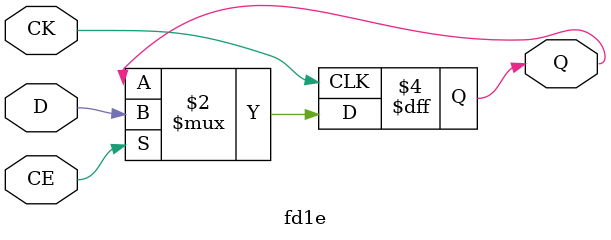
<source format=v>
module fd1e(CE, 
            CK, 
            D, 
            Q);

    input CE;
    input CK;
    input D;
   output Q;

	reg Q;
	always @(posedge CK)begin
		if(CE)
			Q <= D;
	end
   
//   wire XLXN_1;
   
//   FDCE  XLXI_1 (.C(CK), 
//                .CE(CE), 
//                .CLR(0), 
//                .D(D), 
//                .Q(Q));
//   GND  XLXI_2 (.G(0));
endmodule

</source>
